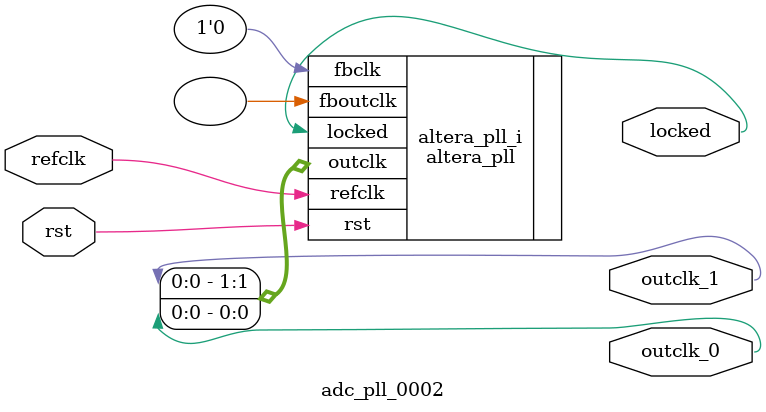
<source format=v>
`timescale 1ns/10ps
module  adc_pll_0002(

	// interface 'refclk'
	input wire refclk,

	// interface 'reset'
	input wire rst,

	// interface 'outclk0'
	output wire outclk_0,

	// interface 'outclk1'
	output wire outclk_1,

	// interface 'locked'
	output wire locked
);

	altera_pll #(
		.fractional_vco_multiplier("false"),
		.reference_clock_frequency("240.0 MHz"),
		.operation_mode("normal"),
		.number_of_clocks(2),
		.output_clock_frequency0("60.000000 MHz"),
		.phase_shift0("2315 ps"),
		.duty_cycle0(50),
		.output_clock_frequency1("60.000000 MHz"),
		.phase_shift1("2315 ps"),
		.duty_cycle1(50),
		.output_clock_frequency2("0 MHz"),
		.phase_shift2("0 ps"),
		.duty_cycle2(50),
		.output_clock_frequency3("0 MHz"),
		.phase_shift3("0 ps"),
		.duty_cycle3(50),
		.output_clock_frequency4("0 MHz"),
		.phase_shift4("0 ps"),
		.duty_cycle4(50),
		.output_clock_frequency5("0 MHz"),
		.phase_shift5("0 ps"),
		.duty_cycle5(50),
		.output_clock_frequency6("0 MHz"),
		.phase_shift6("0 ps"),
		.duty_cycle6(50),
		.output_clock_frequency7("0 MHz"),
		.phase_shift7("0 ps"),
		.duty_cycle7(50),
		.output_clock_frequency8("0 MHz"),
		.phase_shift8("0 ps"),
		.duty_cycle8(50),
		.output_clock_frequency9("0 MHz"),
		.phase_shift9("0 ps"),
		.duty_cycle9(50),
		.output_clock_frequency10("0 MHz"),
		.phase_shift10("0 ps"),
		.duty_cycle10(50),
		.output_clock_frequency11("0 MHz"),
		.phase_shift11("0 ps"),
		.duty_cycle11(50),
		.output_clock_frequency12("0 MHz"),
		.phase_shift12("0 ps"),
		.duty_cycle12(50),
		.output_clock_frequency13("0 MHz"),
		.phase_shift13("0 ps"),
		.duty_cycle13(50),
		.output_clock_frequency14("0 MHz"),
		.phase_shift14("0 ps"),
		.duty_cycle14(50),
		.output_clock_frequency15("0 MHz"),
		.phase_shift15("0 ps"),
		.duty_cycle15(50),
		.output_clock_frequency16("0 MHz"),
		.phase_shift16("0 ps"),
		.duty_cycle16(50),
		.output_clock_frequency17("0 MHz"),
		.phase_shift17("0 ps"),
		.duty_cycle17(50),
		.pll_type("General"),
		.pll_subtype("General")
	) altera_pll_i (
		.rst	(rst),
		.outclk	({outclk_1, outclk_0}),
		.locked	(locked),
		.fboutclk	( ),
		.fbclk	(1'b0),
		.refclk	(refclk)
	);
endmodule


</source>
